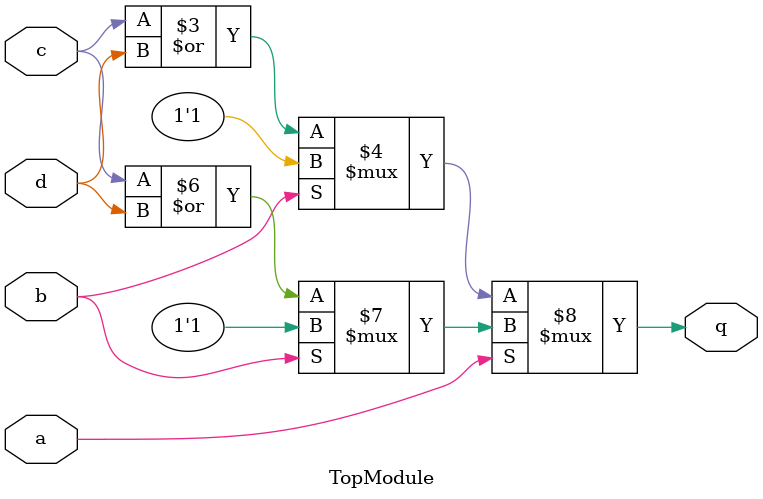
<source format=sv>

module TopModule (
  input a,
  input b,
  input c,
  input d,
  output q
);
assign q = (a == 0) ? ((b == 0) ? (c | d) : 1'b1) :
           ((b == 0) ? (c | d) : 1'b1);
endmodule

</source>
